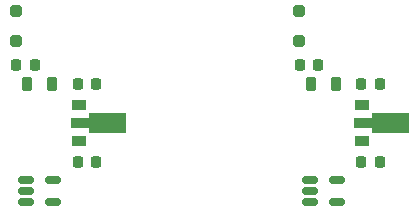
<source format=gbr>
%TF.GenerationSoftware,KiCad,Pcbnew,7.0.10*%
%TF.CreationDate,2025-01-30T23:55:36+01:00*%
%TF.ProjectId,DoublePanel_MouseBites,446f7562-6c65-4506-916e-656c5f4d6f75,rev?*%
%TF.SameCoordinates,Original*%
%TF.FileFunction,Paste,Top*%
%TF.FilePolarity,Positive*%
%FSLAX46Y46*%
G04 Gerber Fmt 4.6, Leading zero omitted, Abs format (unit mm)*
G04 Created by KiCad (PCBNEW 7.0.10) date 2025-01-30 23:55:36*
%MOMM*%
%LPD*%
G01*
G04 APERTURE LIST*
G04 Aperture macros list*
%AMRoundRect*
0 Rectangle with rounded corners*
0 $1 Rounding radius*
0 $2 $3 $4 $5 $6 $7 $8 $9 X,Y pos of 4 corners*
0 Add a 4 corners polygon primitive as box body*
4,1,4,$2,$3,$4,$5,$6,$7,$8,$9,$2,$3,0*
0 Add four circle primitives for the rounded corners*
1,1,$1+$1,$2,$3*
1,1,$1+$1,$4,$5*
1,1,$1+$1,$6,$7*
1,1,$1+$1,$8,$9*
0 Add four rect primitives between the rounded corners*
20,1,$1+$1,$2,$3,$4,$5,0*
20,1,$1+$1,$4,$5,$6,$7,0*
20,1,$1+$1,$6,$7,$8,$9,0*
20,1,$1+$1,$8,$9,$2,$3,0*%
%AMFreePoly0*
4,1,9,3.862500,-0.866500,0.737500,-0.866500,0.737500,-0.450000,-0.737500,-0.450000,-0.737500,0.450000,0.737500,0.450000,0.737500,0.866500,3.862500,0.866500,3.862500,-0.866500,3.862500,-0.866500,$1*%
G04 Aperture macros list end*
%ADD10RoundRect,0.250000X0.250000X-0.250000X0.250000X0.250000X-0.250000X0.250000X-0.250000X-0.250000X0*%
%ADD11RoundRect,0.225000X-0.225000X-0.250000X0.225000X-0.250000X0.225000X0.250000X-0.225000X0.250000X0*%
%ADD12RoundRect,0.150000X-0.512500X-0.150000X0.512500X-0.150000X0.512500X0.150000X-0.512500X0.150000X0*%
%ADD13RoundRect,0.218750X-0.218750X-0.381250X0.218750X-0.381250X0.218750X0.381250X-0.218750X0.381250X0*%
%ADD14R,1.300000X0.900000*%
%ADD15FreePoly0,0.000000*%
G04 APERTURE END LIST*
D10*
%TO.C,D2*%
X150470000Y-24750000D03*
X150470000Y-22250000D03*
%TD*%
D11*
%TO.C,C2*%
X155725000Y-35000000D03*
X157275000Y-35000000D03*
%TD*%
D12*
%TO.C,U2*%
X151362500Y-36550000D03*
X151362500Y-37500000D03*
X151362500Y-38450000D03*
X153637500Y-38450000D03*
X153637500Y-36550000D03*
%TD*%
D11*
%TO.C,C1*%
X155725000Y-28438000D03*
X157275000Y-28438000D03*
%TD*%
%TO.C,C3*%
X126498000Y-26787000D03*
X128048000Y-26787000D03*
%TD*%
D13*
%TO.C,L1*%
X151437500Y-28438000D03*
X153562500Y-28438000D03*
%TD*%
D11*
%TO.C,C1*%
X131725000Y-28438000D03*
X133275000Y-28438000D03*
%TD*%
D10*
%TO.C,D2*%
X126470000Y-24750000D03*
X126470000Y-22250000D03*
%TD*%
D14*
%TO.C,U1*%
X155800000Y-30239000D03*
D15*
X155887500Y-31739000D03*
D14*
X155800000Y-33239000D03*
%TD*%
D11*
%TO.C,C2*%
X131725000Y-35000000D03*
X133275000Y-35000000D03*
%TD*%
%TO.C,C3*%
X150498000Y-26787000D03*
X152048000Y-26787000D03*
%TD*%
D12*
%TO.C,U2*%
X127362500Y-36550000D03*
X127362500Y-37500000D03*
X127362500Y-38450000D03*
X129637500Y-38450000D03*
X129637500Y-36550000D03*
%TD*%
D13*
%TO.C,L1*%
X127437500Y-28438000D03*
X129562500Y-28438000D03*
%TD*%
D14*
%TO.C,U1*%
X131800000Y-30239000D03*
D15*
X131887500Y-31739000D03*
D14*
X131800000Y-33239000D03*
%TD*%
M02*

</source>
